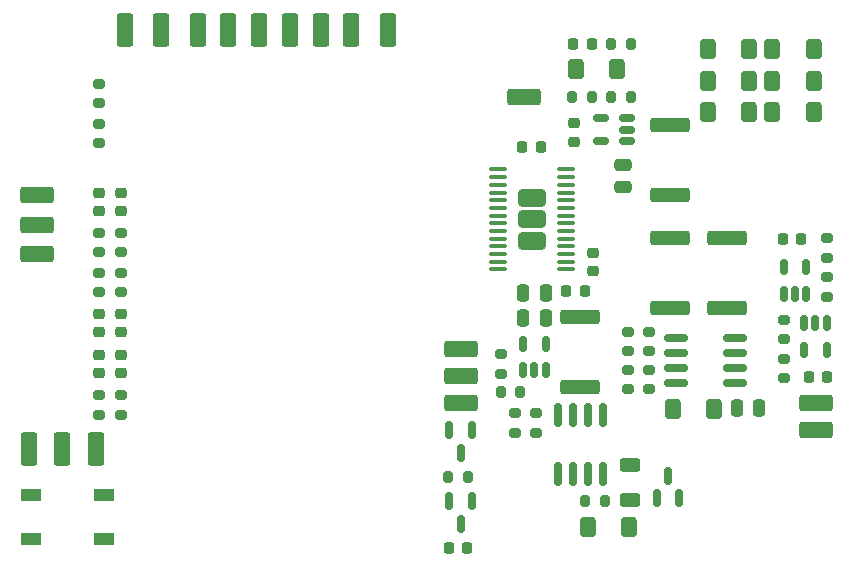
<source format=gbr>
%TF.GenerationSoftware,KiCad,Pcbnew,7.0.2-0*%
%TF.CreationDate,2023-11-25T15:14:41-08:00*%
%TF.ProjectId,Controller v1.1,436f6e74-726f-46c6-9c65-722076312e31,rev?*%
%TF.SameCoordinates,Original*%
%TF.FileFunction,Paste,Top*%
%TF.FilePolarity,Positive*%
%FSLAX46Y46*%
G04 Gerber Fmt 4.6, Leading zero omitted, Abs format (unit mm)*
G04 Created by KiCad (PCBNEW 7.0.2-0) date 2023-11-25 15:14:41*
%MOMM*%
%LPD*%
G01*
G04 APERTURE LIST*
G04 Aperture macros list*
%AMRoundRect*
0 Rectangle with rounded corners*
0 $1 Rounding radius*
0 $2 $3 $4 $5 $6 $7 $8 $9 X,Y pos of 4 corners*
0 Add a 4 corners polygon primitive as box body*
4,1,4,$2,$3,$4,$5,$6,$7,$8,$9,$2,$3,0*
0 Add four circle primitives for the rounded corners*
1,1,$1+$1,$2,$3*
1,1,$1+$1,$4,$5*
1,1,$1+$1,$6,$7*
1,1,$1+$1,$8,$9*
0 Add four rect primitives between the rounded corners*
20,1,$1+$1,$2,$3,$4,$5,0*
20,1,$1+$1,$4,$5,$6,$7,0*
20,1,$1+$1,$6,$7,$8,$9,0*
20,1,$1+$1,$8,$9,$2,$3,0*%
G04 Aperture macros list end*
%ADD10RoundRect,0.200000X-0.275000X0.200000X-0.275000X-0.200000X0.275000X-0.200000X0.275000X0.200000X0*%
%ADD11RoundRect,0.225000X0.250000X-0.225000X0.250000X0.225000X-0.250000X0.225000X-0.250000X-0.225000X0*%
%ADD12RoundRect,0.225000X0.225000X0.250000X-0.225000X0.250000X-0.225000X-0.250000X0.225000X-0.250000X0*%
%ADD13RoundRect,0.200000X0.275000X-0.200000X0.275000X0.200000X-0.275000X0.200000X-0.275000X-0.200000X0*%
%ADD14RoundRect,0.250000X1.175000X0.450000X-1.175000X0.450000X-1.175000X-0.450000X1.175000X-0.450000X0*%
%ADD15RoundRect,0.150000X0.150000X-0.825000X0.150000X0.825000X-0.150000X0.825000X-0.150000X-0.825000X0*%
%ADD16RoundRect,0.250000X0.450000X-1.175000X0.450000X1.175000X-0.450000X1.175000X-0.450000X-1.175000X0*%
%ADD17RoundRect,0.250000X0.250000X0.475000X-0.250000X0.475000X-0.250000X-0.475000X0.250000X-0.475000X0*%
%ADD18RoundRect,0.200000X-0.200000X-0.275000X0.200000X-0.275000X0.200000X0.275000X-0.200000X0.275000X0*%
%ADD19RoundRect,0.250000X1.425000X-0.362500X1.425000X0.362500X-1.425000X0.362500X-1.425000X-0.362500X0*%
%ADD20RoundRect,0.225000X-0.250000X0.225000X-0.250000X-0.225000X0.250000X-0.225000X0.250000X0.225000X0*%
%ADD21RoundRect,0.250000X-0.400000X-0.600000X0.400000X-0.600000X0.400000X0.600000X-0.400000X0.600000X0*%
%ADD22RoundRect,0.150000X-0.825000X-0.150000X0.825000X-0.150000X0.825000X0.150000X-0.825000X0.150000X0*%
%ADD23RoundRect,0.150000X-0.150000X0.512500X-0.150000X-0.512500X0.150000X-0.512500X0.150000X0.512500X0*%
%ADD24RoundRect,0.250000X-1.175000X-0.450000X1.175000X-0.450000X1.175000X0.450000X-1.175000X0.450000X0*%
%ADD25RoundRect,0.250000X0.900000X0.475000X-0.900000X0.475000X-0.900000X-0.475000X0.900000X-0.475000X0*%
%ADD26RoundRect,0.100000X0.637500X0.100000X-0.637500X0.100000X-0.637500X-0.100000X0.637500X-0.100000X0*%
%ADD27RoundRect,0.150000X-0.150000X0.587500X-0.150000X-0.587500X0.150000X-0.587500X0.150000X0.587500X0*%
%ADD28RoundRect,0.250000X0.625000X-0.312500X0.625000X0.312500X-0.625000X0.312500X-0.625000X-0.312500X0*%
%ADD29RoundRect,0.150000X0.150000X-0.512500X0.150000X0.512500X-0.150000X0.512500X-0.150000X-0.512500X0*%
%ADD30RoundRect,0.200000X0.200000X0.275000X-0.200000X0.275000X-0.200000X-0.275000X0.200000X-0.275000X0*%
%ADD31RoundRect,0.250000X0.400000X0.600000X-0.400000X0.600000X-0.400000X-0.600000X0.400000X-0.600000X0*%
%ADD32RoundRect,0.250000X0.475000X-0.250000X0.475000X0.250000X-0.475000X0.250000X-0.475000X-0.250000X0*%
%ADD33R,1.800000X1.100000*%
%ADD34RoundRect,0.150000X0.512500X0.150000X-0.512500X0.150000X-0.512500X-0.150000X0.512500X-0.150000X0*%
%ADD35RoundRect,0.225000X-0.225000X-0.250000X0.225000X-0.250000X0.225000X0.250000X-0.225000X0.250000X0*%
%ADD36RoundRect,0.250000X-1.425000X0.362500X-1.425000X-0.362500X1.425000X-0.362500X1.425000X0.362500X0*%
%ADD37RoundRect,0.150000X0.150000X-0.587500X0.150000X0.587500X-0.150000X0.587500X-0.150000X-0.587500X0*%
G04 APERTURE END LIST*
D10*
%TO.C,R17*%
X122425000Y-112675000D03*
X122425000Y-114325000D03*
%TD*%
D11*
%TO.C,C2*%
X79500000Y-102425000D03*
X79500000Y-100875000D03*
%TD*%
D12*
%TO.C,C16*%
X139275000Y-116462500D03*
X137725000Y-116462500D03*
%TD*%
D13*
%TO.C,R11*%
X77600000Y-119675000D03*
X77600000Y-118025000D03*
%TD*%
D14*
%TO.C,TP5*%
X72400000Y-101100000D03*
%TD*%
D11*
%TO.C,C6*%
X77600000Y-116175000D03*
X77600000Y-114625000D03*
%TD*%
D15*
%TO.C,Q4*%
X116495000Y-124675000D03*
X117765000Y-124675000D03*
X119035000Y-124675000D03*
X120305000Y-124675000D03*
X120305000Y-119725000D03*
X119035000Y-119725000D03*
X117765000Y-119725000D03*
X116495000Y-119725000D03*
%TD*%
D10*
%TO.C,R9*%
X79500000Y-107675000D03*
X79500000Y-109325000D03*
%TD*%
%TO.C,R6*%
X79500000Y-104275000D03*
X79500000Y-105925000D03*
%TD*%
D12*
%TO.C,C13*%
X118750000Y-109175000D03*
X117200000Y-109175000D03*
%TD*%
D10*
%TO.C,R19*%
X124200000Y-112675000D03*
X124200000Y-114325000D03*
%TD*%
D16*
%TO.C,TP16*%
X86000000Y-87100000D03*
%TD*%
D17*
%TO.C,C8*%
X133550000Y-119100000D03*
X131650000Y-119100000D03*
%TD*%
D18*
%TO.C,R28*%
X117712500Y-92800000D03*
X119362500Y-92800000D03*
%TD*%
D14*
%TO.C,TP9*%
X72400000Y-106100000D03*
%TD*%
D18*
%TO.C,R5*%
X111650000Y-117800000D03*
X113300000Y-117800000D03*
%TD*%
D11*
%TO.C,C7*%
X79500000Y-116175000D03*
X79500000Y-114625000D03*
%TD*%
D18*
%TO.C,R12*%
X118800000Y-127000000D03*
X120450000Y-127000000D03*
%TD*%
D16*
%TO.C,TP15*%
X99000000Y-87100000D03*
%TD*%
D19*
%TO.C,R24*%
X130800000Y-110625000D03*
X130800000Y-104700000D03*
%TD*%
D17*
%TO.C,C9*%
X115475000Y-111525000D03*
X113575000Y-111525000D03*
%TD*%
D20*
%TO.C,C4*%
X77600000Y-111150000D03*
X77600000Y-112700000D03*
%TD*%
D14*
%TO.C,TP11*%
X108250000Y-118700000D03*
%TD*%
D11*
%TO.C,C17*%
X117837500Y-96575000D03*
X117837500Y-95025000D03*
%TD*%
D21*
%TO.C,D4*%
X134650000Y-91400000D03*
X138150000Y-91400000D03*
%TD*%
D22*
%TO.C,U3*%
X126525000Y-113195000D03*
X126525000Y-114465000D03*
X126525000Y-115735000D03*
X126525000Y-117005000D03*
X131475000Y-117005000D03*
X131475000Y-115735000D03*
X131475000Y-114465000D03*
X131475000Y-113195000D03*
%TD*%
D12*
%TO.C,C1*%
X108800000Y-130962500D03*
X107250000Y-130962500D03*
%TD*%
D23*
%TO.C,U6*%
X139250000Y-111925000D03*
X138300000Y-111925000D03*
X137350000Y-111925000D03*
X137350000Y-114200000D03*
X139250000Y-114200000D03*
%TD*%
D16*
%TO.C,TP1*%
X82900000Y-87100000D03*
%TD*%
D10*
%TO.C,R4*%
X111700000Y-114550000D03*
X111700000Y-116200000D03*
%TD*%
D24*
%TO.C,TP10*%
X108250000Y-116400000D03*
%TD*%
D14*
%TO.C,TP7*%
X72400000Y-103600000D03*
%TD*%
D16*
%TO.C,TP8*%
X77400000Y-122600000D03*
%TD*%
D20*
%TO.C,C5*%
X79500000Y-111150000D03*
X79500000Y-112700000D03*
%TD*%
D16*
%TO.C,TP13*%
X88600000Y-87100000D03*
%TD*%
D25*
%TO.C,U4*%
X114275000Y-104950000D03*
X114275000Y-103150000D03*
X114275000Y-101350000D03*
D26*
X117137500Y-107375000D03*
X117137500Y-106725000D03*
X117137500Y-106075000D03*
X117137500Y-105425000D03*
X117137500Y-104775000D03*
X117137500Y-104125000D03*
X117137500Y-103475000D03*
X117137500Y-102825000D03*
X117137500Y-102175000D03*
X117137500Y-101525000D03*
X117137500Y-100875000D03*
X117137500Y-100225000D03*
X117137500Y-99575000D03*
X117137500Y-98925000D03*
X111412500Y-98925000D03*
X111412500Y-99575000D03*
X111412500Y-100225000D03*
X111412500Y-100875000D03*
X111412500Y-101525000D03*
X111412500Y-102175000D03*
X111412500Y-102825000D03*
X111412500Y-103475000D03*
X111412500Y-104125000D03*
X111412500Y-104775000D03*
X111412500Y-105425000D03*
X111412500Y-106075000D03*
X111412500Y-106725000D03*
X111412500Y-107375000D03*
%TD*%
D13*
%TO.C,R25*%
X135600000Y-116587500D03*
X135600000Y-114937500D03*
%TD*%
D16*
%TO.C,TP4*%
X71700000Y-122600000D03*
%TD*%
%TO.C,TP18*%
X96400000Y-87100000D03*
%TD*%
D19*
%TO.C,R21*%
X126000000Y-110625000D03*
X126000000Y-104700000D03*
%TD*%
D16*
%TO.C,TP14*%
X93800000Y-87100000D03*
%TD*%
D27*
%TO.C,Q2*%
X109200000Y-127025000D03*
X107300000Y-127025000D03*
X108250000Y-128900000D03*
%TD*%
D24*
%TO.C,TP19*%
X138350000Y-121000000D03*
%TD*%
D21*
%TO.C,D1*%
X119050000Y-129200000D03*
X122550000Y-129200000D03*
%TD*%
D13*
%TO.C,R15*%
X112900000Y-121225000D03*
X112900000Y-119575000D03*
%TD*%
D16*
%TO.C,TP2*%
X79800000Y-87100000D03*
%TD*%
%TO.C,TP12*%
X102100000Y-87100000D03*
%TD*%
D24*
%TO.C,TP21*%
X113600000Y-92800000D03*
%TD*%
D28*
%TO.C,R13*%
X122600000Y-126900000D03*
X122600000Y-123975000D03*
%TD*%
D10*
%TO.C,R14*%
X114600000Y-119575000D03*
X114600000Y-121225000D03*
%TD*%
D29*
%TO.C,U2*%
X113550000Y-115937500D03*
X114500000Y-115937500D03*
X115450000Y-115937500D03*
X115450000Y-113662500D03*
X113550000Y-113662500D03*
%TD*%
D30*
%TO.C,R30*%
X122675000Y-88300000D03*
X121025000Y-88300000D03*
%TD*%
D10*
%TO.C,R22*%
X139250000Y-104737500D03*
X139250000Y-106387500D03*
%TD*%
D11*
%TO.C,C14*%
X119500000Y-107550000D03*
X119500000Y-106000000D03*
%TD*%
D13*
%TO.C,R20*%
X122425000Y-117525000D03*
X122425000Y-115875000D03*
%TD*%
D16*
%TO.C,TP17*%
X91200000Y-87100000D03*
%TD*%
%TO.C,TP6*%
X74500000Y-122600000D03*
%TD*%
D21*
%TO.C,D8*%
X129200000Y-88700000D03*
X132700000Y-88700000D03*
%TD*%
D13*
%TO.C,R7*%
X77600000Y-105925000D03*
X77600000Y-104275000D03*
%TD*%
D10*
%TO.C,R10*%
X79500000Y-118025000D03*
X79500000Y-119675000D03*
%TD*%
D31*
%TO.C,D2*%
X129700000Y-119200000D03*
X126200000Y-119200000D03*
%TD*%
D32*
%TO.C,C11*%
X122000000Y-100450000D03*
X122000000Y-98550000D03*
%TD*%
D21*
%TO.C,D5*%
X134650000Y-88700000D03*
X138150000Y-88700000D03*
%TD*%
D27*
%TO.C,Q1*%
X109200000Y-121025000D03*
X107300000Y-121025000D03*
X108250000Y-122900000D03*
%TD*%
D21*
%TO.C,D3*%
X134650000Y-94100000D03*
X138150000Y-94100000D03*
%TD*%
D33*
%TO.C,SW1*%
X71900000Y-126500000D03*
X78100000Y-126500000D03*
X71900000Y-130200000D03*
X78100000Y-130200000D03*
%TD*%
D29*
%TO.C,U5*%
X135600000Y-109475000D03*
X136550000Y-109475000D03*
X137500000Y-109475000D03*
X137500000Y-107200000D03*
X135600000Y-107200000D03*
%TD*%
D18*
%TO.C,R29*%
X120987500Y-92800000D03*
X122637500Y-92800000D03*
%TD*%
D19*
%TO.C,R16*%
X118400000Y-117325000D03*
X118400000Y-111400000D03*
%TD*%
D10*
%TO.C,R3*%
X77600000Y-91675000D03*
X77600000Y-93325000D03*
%TD*%
D13*
%TO.C,R2*%
X77600000Y-96700000D03*
X77600000Y-95050000D03*
%TD*%
D34*
%TO.C,U7*%
X122375000Y-96500000D03*
X122375000Y-95550000D03*
X122375000Y-94600000D03*
X120100000Y-94600000D03*
X120100000Y-96500000D03*
%TD*%
D21*
%TO.C,D7*%
X129200000Y-91400000D03*
X132700000Y-91400000D03*
%TD*%
D35*
%TO.C,C15*%
X135550000Y-104837500D03*
X137100000Y-104837500D03*
%TD*%
D13*
%TO.C,R26*%
X135600000Y-113312500D03*
X135600000Y-111662500D03*
%TD*%
D18*
%TO.C,R1*%
X107200000Y-124962500D03*
X108850000Y-124962500D03*
%TD*%
D10*
%TO.C,R23*%
X139250000Y-108037500D03*
X139250000Y-109687500D03*
%TD*%
D36*
%TO.C,R27*%
X125997119Y-95162500D03*
X125997119Y-101087500D03*
%TD*%
D14*
%TO.C,TP20*%
X138350000Y-118700000D03*
%TD*%
D37*
%TO.C,Q3*%
X124850000Y-126737500D03*
X126750000Y-126737500D03*
X125800000Y-124862500D03*
%TD*%
D31*
%TO.C,D9*%
X121500000Y-90400000D03*
X118000000Y-90400000D03*
%TD*%
D24*
%TO.C,TP3*%
X108250000Y-114100000D03*
%TD*%
D13*
%TO.C,R8*%
X77600000Y-109325000D03*
X77600000Y-107675000D03*
%TD*%
D12*
%TO.C,C18*%
X119350000Y-88300000D03*
X117800000Y-88300000D03*
%TD*%
D11*
%TO.C,C3*%
X77600000Y-102425000D03*
X77600000Y-100875000D03*
%TD*%
D21*
%TO.C,D6*%
X129200000Y-94100000D03*
X132700000Y-94100000D03*
%TD*%
D17*
%TO.C,C10*%
X115475000Y-109425000D03*
X113575000Y-109425000D03*
%TD*%
D13*
%TO.C,R18*%
X124200000Y-117525000D03*
X124200000Y-115875000D03*
%TD*%
D35*
%TO.C,C12*%
X113475000Y-97050000D03*
X115025000Y-97050000D03*
%TD*%
M02*

</source>
